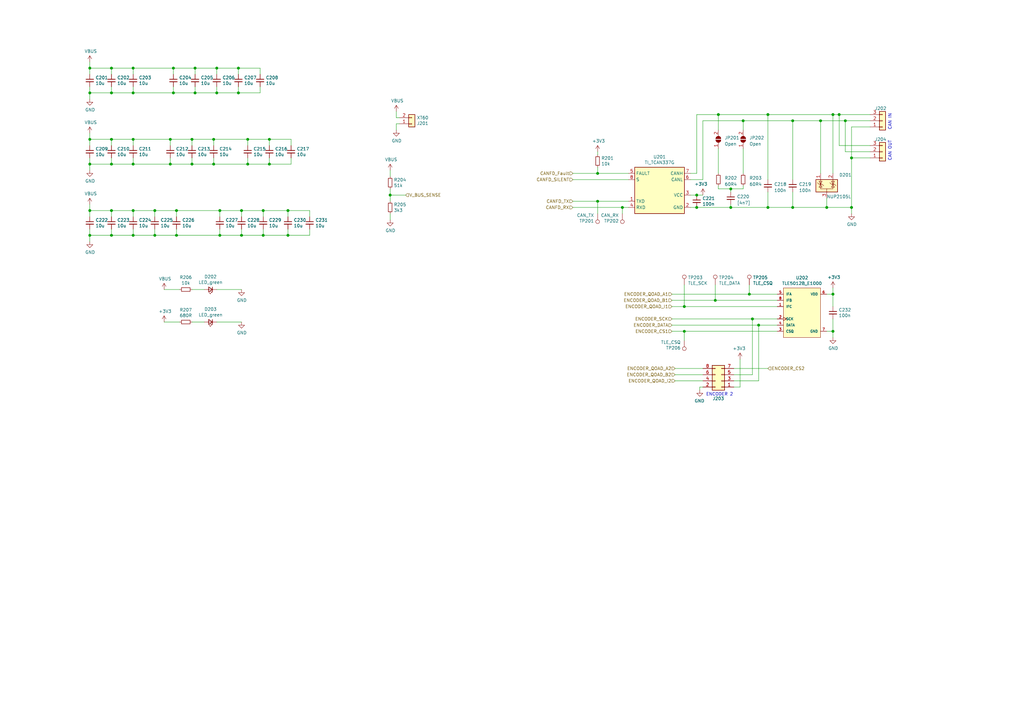
<source format=kicad_sch>
(kicad_sch (version 20210406) (generator eeschema)
  (paper "A3")
  (lib_symbols
    (symbol "Connector:TestPoint" (pin_numbers hide) (pin_names (offset 0.762) hide)
      (property "Reference" "TP" (at 0 6.858 0))
      (property "Value" "TestPoint" (at 0 5.08 0))
      (symbol "TestPoint_0_1"
        (circle (center 0 3.302) (radius 0.762))
      )
      (symbol "TestPoint_1_1"
        (pin passive line (at 0 0 90) (length 2.54) (name "1") (number "1"))
      )
    )
    (symbol "Connector_Generic:Conn_01x02" (pin_names (offset 1.016) hide)
      (property "Reference" "J" (at 0 2.54 0))
      (property "Value" "Conn_01x02" (at 0 -5.08 0))
      (symbol "Conn_01x02_1_1"
        (rectangle (start -1.27 -2.413) (end 0 -2.667) (stroke (width 0.1524)))
        (rectangle (start -1.27 0.127) (end 0 -0.127) (stroke (width 0.1524)))
        (rectangle (start -1.27 1.27) (end 1.27 -3.81) (stroke (width 0.254)) (fill (type background)))
        (pin passive line (at -5.08 0 0) (length 3.81) (name "Pin_1") (number "1"))
        (pin passive line (at -5.08 -2.54 0) (length 3.81) (name "Pin_2") (number "2"))
      )
    )
    (symbol "Connector_Generic:Conn_01x03" (pin_names (offset 1.016) hide)
      (property "Reference" "J" (at 0 5.08 0))
      (property "Value" "Conn_01x03" (at 0 -5.08 0))
      (symbol "Conn_01x03_1_1"
        (rectangle (start -1.27 -2.413) (end 0 -2.667) (stroke (width 0.1524)))
        (rectangle (start -1.27 0.127) (end 0 -0.127) (stroke (width 0.1524)))
        (rectangle (start -1.27 2.667) (end 0 2.413) (stroke (width 0.1524)))
        (rectangle (start -1.27 3.81) (end 1.27 -3.81) (stroke (width 0.254)) (fill (type background)))
        (pin passive line (at -5.08 2.54 0) (length 3.81) (name "Pin_1") (number "1"))
        (pin passive line (at -5.08 0 0) (length 3.81) (name "Pin_2") (number "2"))
        (pin passive line (at -5.08 -2.54 0) (length 3.81) (name "Pin_3") (number "3"))
      )
    )
    (symbol "Connector_Generic:Conn_02x04_Odd_Even" (pin_names (offset 1.016) hide)
      (property "Reference" "J" (at 1.27 5.08 0))
      (property "Value" "Conn_02x04_Odd_Even" (at 1.27 -7.62 0))
      (symbol "Conn_02x04_Odd_Even_1_1"
        (rectangle (start -1.27 -4.953) (end 0 -5.207) (stroke (width 0.1524)))
        (rectangle (start -1.27 -2.413) (end 0 -2.667) (stroke (width 0.1524)))
        (rectangle (start -1.27 0.127) (end 0 -0.127) (stroke (width 0.1524)))
        (rectangle (start -1.27 2.667) (end 0 2.413) (stroke (width 0.1524)))
        (rectangle (start 3.81 -4.953) (end 2.54 -5.207) (stroke (width 0.1524)))
        (rectangle (start 3.81 -2.413) (end 2.54 -2.667) (stroke (width 0.1524)))
        (rectangle (start 3.81 0.127) (end 2.54 -0.127) (stroke (width 0.1524)))
        (rectangle (start 3.81 2.667) (end 2.54 2.413) (stroke (width 0.1524)))
        (rectangle (start -1.27 3.81) (end 3.81 -6.35) (stroke (width 0.254)) (fill (type background)))
        (pin passive line (at -5.08 2.54 0) (length 3.81) (name "Pin_1") (number "1"))
        (pin passive line (at 7.62 2.54 180) (length 3.81) (name "Pin_2") (number "2"))
        (pin passive line (at -5.08 0 0) (length 3.81) (name "Pin_3") (number "3"))
        (pin passive line (at 7.62 0 180) (length 3.81) (name "Pin_4") (number "4"))
        (pin passive line (at -5.08 -2.54 0) (length 3.81) (name "Pin_5") (number "5"))
        (pin passive line (at 7.62 -2.54 180) (length 3.81) (name "Pin_6") (number "6"))
        (pin passive line (at -5.08 -5.08 0) (length 3.81) (name "Pin_7") (number "7"))
        (pin passive line (at 7.62 -5.08 180) (length 3.81) (name "Pin_8") (number "8"))
      )
    )
    (symbol "Device:C_Small" (pin_numbers hide) (pin_names (offset 0.254) hide)
      (property "Reference" "C" (at 0.254 1.778 0))
      (property "Value" "C_Small" (at 0.254 -2.032 0))
      (symbol "C_Small_0_1"
        (polyline (pts (xy -1.524 -0.508) (xy 1.524 -0.508)) (stroke (width 0.3302)))
        (polyline (pts (xy -1.524 0.508) (xy 1.524 0.508)) (stroke (width 0.3048)))
      )
      (symbol "C_Small_1_1"
        (pin passive line (at 0 2.54 270) (length 2.032) (name "~") (number "1"))
        (pin passive line (at 0 -2.54 90) (length 2.032) (name "~") (number "2"))
      )
    )
    (symbol "Device:LED_Small" (pin_numbers hide) (pin_names (offset 0.254) hide)
      (property "Reference" "D" (at -1.27 3.175 0))
      (property "Value" "LED_Small" (at -4.445 -2.54 0))
      (symbol "LED_Small_0_1"
        (polyline (pts (xy -0.762 -1.016) (xy -0.762 1.016)) (stroke (width 0.254)))
        (polyline (pts (xy 1.016 0) (xy -0.762 0)))
        (polyline (pts (xy 0.762 -1.016) (xy -0.762 0) (xy 0.762 1.016) (xy 0.762 -1.016)) (stroke (width 0.254)))
        (polyline (pts (xy 0 0.762) (xy -0.508 1.27) (xy -0.254 1.27) (xy -0.508 1.27) (xy -0.508 1.016)))
        (polyline (pts (xy 0.508 1.27) (xy 0 1.778) (xy 0.254 1.778) (xy 0 1.778) (xy 0 1.524)))
      )
      (symbol "LED_Small_1_1"
        (pin passive line (at -2.54 0 0) (length 1.778) (name "K") (number "1"))
        (pin passive line (at 2.54 0 180) (length 1.778) (name "A") (number "2"))
      )
    )
    (symbol "Device:R_Small" (pin_numbers hide) (pin_names (offset 0.254) hide)
      (property "Reference" "R" (at 0.762 0.508 0))
      (property "Value" "R_Small" (at 0.762 -1.016 0))
      (symbol "R_Small_0_1"
        (rectangle (start -0.762 1.778) (end 0.762 -1.778) (stroke (width 0.2032)))
      )
      (symbol "R_Small_1_1"
        (pin passive line (at 0 2.54 270) (length 0.762) (name "~") (number "1"))
        (pin passive line (at 0 -2.54 90) (length 0.762) (name "~") (number "2"))
      )
    )
    (symbol "Jumper:SolderJumper_2_Open" (pin_names (offset 0) hide)
      (property "Reference" "JP" (at 0 2.032 0))
      (property "Value" "SolderJumper_2_Open" (at 0 -2.54 0))
      (symbol "SolderJumper_2_Open_0_1"
        (arc (start -0.254 1.016) (end -0.254 -1.016) (radius (at -0.254 0) (length 1.016) (angles 90.1 -90.1)))
        (arc (start 0.254 -1.016) (end 0.254 1.016) (radius (at 0.254 0) (length 1.016) (angles -89.9 89.9)))
        (arc (start -0.254 1.016) (end -0.254 -1.016) (radius (at -0.254 0) (length 1.016) (angles 90.1 -90.1)) (fill (type outline)))
        (arc (start 0.254 -1.016) (end 0.254 1.016) (radius (at 0.254 0) (length 1.016) (angles -89.9 89.9)) (fill (type outline)))
        (polyline (pts (xy -0.254 1.016) (xy -0.254 -1.016)))
        (polyline (pts (xy 0.254 1.016) (xy 0.254 -1.016)))
      )
      (symbol "SolderJumper_2_Open_1_1"
        (pin passive line (at -3.81 0 0) (length 2.54) (name "A") (number "1"))
        (pin passive line (at 3.81 0 180) (length 2.54) (name "B") (number "2"))
      )
    )
    (symbol "OpenTurn-rescue:TI_TCAN337G-TCAN337G"
      (property "Reference" "U" (at -10.16 8.89 0))
      (property "Value" "TI_TCAN337G-TCAN337G" (at 2.54 8.89 0))
      (symbol "TI_TCAN337G-TCAN337G_0_1"
        (rectangle (start -10.16 7.62) (end 10.16 -11.43) (stroke (width 0.254)) (fill (type background)))
      )
      (symbol "TI_TCAN337G-TCAN337G_1_1"
        (pin input line (at -12.7 -6.35 0) (length 2.54) (name "TXD") (number "1"))
        (pin power_in line (at 12.7 -8.89 180) (length 2.54) (name "GND") (number "2"))
        (pin power_in line (at 12.7 -3.81 180) (length 2.54) (name "VCC") (number "3"))
        (pin tri_state line (at -12.7 -8.89 0) (length 2.54) (name "RXD") (number "4"))
        (pin open_collector line (at -12.7 5.08 0) (length 2.54) (name "FAULT") (number "5"))
        (pin bidirectional line (at 12.7 2.54 180) (length 2.54) (name "CANL") (number "6"))
        (pin bidirectional line (at 12.7 5.08 180) (length 2.54) (name "CANH") (number "7"))
        (pin input line (at -12.7 2.54 0) (length 2.54) (name "S") (number "8"))
      )
    )
    (symbol "OpenTurn-rescue:TLE5012B_E1000-eec" (pin_names (offset 1.016))
      (property "Reference" "U" (at 0 5.08 0))
      (property "Value" "TLE5012B_E1000-eec" (at 0 7.62 0))
      (symbol "TLE5012B_E1000-eec_1_1"
        (rectangle (start 5.08 2.54) (end 20.32 -17.78) (fill (type background)))
        (pin bidirectional line (at 2.54 -5.08 0) (length 2.54) (name "IFC") (number "1"))
        (pin input clock (at 2.54 -10.16 0) (length 2.54) (name "SCK") (number "2"))
        (pin input line (at 2.54 -15.24 0) (length 2.54) (name "CSQ") (number "3"))
        (pin bidirectional line (at 2.54 -12.7 0) (length 2.54) (name "DATA") (number "4"))
        (pin open_collector line (at 2.54 0 0) (length 2.54) (name "IFA") (number "5"))
        (pin power_in line (at 22.86 0 180) (length 2.54) (name "VDD") (number "6"))
        (pin power_in line (at 22.86 -15.24 180) (length 2.54) (name "GND") (number "7"))
        (pin open_collector line (at 2.54 -2.54 0) (length 2.54) (name "IFB") (number "8"))
      )
    )
    (symbol "Power_Protection:NUP2105L" (pin_names hide)
      (property "Reference" "D" (at 5.715 2.54 0))
      (property "Value" "NUP2105L" (at 5.715 0.635 0))
      (symbol "NUP2105L_0_0"
        (pin passive line (at 0 -5.08 90) (length 2.54) (name "A") (number "3"))
      )
      (symbol "NUP2105L_0_1"
        (rectangle (start -4.445 2.54) (end 4.445 -2.54) (stroke (width 0.254)) (fill (type background)))
        (polyline (pts (xy -2.54 2.54) (xy -2.54 0.635)))
        (polyline (pts (xy 0 -1.27) (xy 0 -2.54)))
        (polyline (pts (xy 2.54 2.54) (xy 2.54 0.635)))
        (polyline (pts (xy -3.81 1.27) (xy -3.175 0.635) (xy -1.905 0.635) (xy -1.27 0)))
        (polyline (pts (xy -2.54 0.635) (xy -2.54 -1.27) (xy 2.54 -1.27) (xy 2.54 0.635)))
        (polyline (pts (xy -2.54 0.635) (xy -1.905 -0.635) (xy -3.175 -0.635) (xy -2.54 0.635)))
        (polyline (pts (xy 2.54 0.635) (xy 1.905 -0.635) (xy 3.175 -0.635) (xy 2.54 0.635)))
        (polyline (pts (xy 2.54 0.635) (xy 3.175 1.905) (xy 1.905 1.905) (xy 2.54 0.635)))
        (polyline (pts (xy -2.54 0.635) (xy -3.175 1.905) (xy -1.905 1.905) (xy -2.54 0.635) (xy -2.54 1.27)))
        (polyline (pts (xy 1.27 1.27) (xy 1.905 0.635) (xy 2.54 0.635) (xy 3.175 0.635) (xy 3.81 0)))
      )
      (symbol "NUP2105L_1_1"
        (pin passive line (at -2.54 5.08 270) (length 2.54) (name "K") (number "1"))
        (pin passive line (at 2.54 5.08 270) (length 2.54) (name "K") (number "2"))
      )
    )
    (symbol "power:+3.3V" (power) (pin_names (offset 0))
      (property "Value" "+3.3V" (at 0 3.556 0))
      (symbol "+3.3V_0_1"
        (polyline (pts (xy -0.762 1.27) (xy 0 2.54)))
        (polyline (pts (xy 0 0) (xy 0 2.54)))
        (polyline (pts (xy 0 2.54) (xy 0.762 1.27)))
      )
      (symbol "+3.3V_1_1"
        (pin power_in line (at 0 0 90) (length 0) hide (name "+3V3") (number "1"))
      )
    )
    (symbol "power:+3V3" (power) (pin_names (offset 0))
      (property "Value" "+3V3" (at 0 3.556 0))
      (symbol "+3V3_0_1"
        (polyline (pts (xy -0.762 1.27) (xy 0 2.54)))
        (polyline (pts (xy 0 0) (xy 0 2.54)))
        (polyline (pts (xy 0 2.54) (xy 0.762 1.27)))
      )
      (symbol "+3V3_1_1"
        (pin power_in line (at 0 0 90) (length 0) hide (name "+3V3") (number "1"))
      )
    )
    (symbol "power:GND" (power) (pin_names (offset 0))
      (property "Value" "GND" (at 0 -3.81 0))
      (symbol "GND_0_1"
        (polyline (pts (xy 0 0) (xy 0 -1.27) (xy 1.27 -1.27) (xy 0 -2.54) (xy -1.27 -1.27) (xy 0 -1.27)))
      )
      (symbol "GND_1_1"
        (pin power_in line (at 0 0 270) (length 0) hide (name "GND") (number "1"))
      )
    )
    (symbol "power:VBUS" (power) (pin_names (offset 0))
      (property "Value" "VBUS" (at 0 3.81 0))
      (symbol "VBUS_0_1"
        (polyline (pts (xy -0.762 1.27) (xy 0 2.54)))
        (polyline (pts (xy 0 0) (xy 0 2.54)))
        (polyline (pts (xy 0 2.54) (xy 0.762 1.27)))
      )
      (symbol "VBUS_1_1"
        (pin power_in line (at 0 0 90) (length 0) hide (name "VBUS") (number "1"))
      )
    )
  )
  (junction (at 36.83 27.94) (diameter 1.016))
  (junction (at 36.83 38.1) (diameter 1.016))
  (junction (at 36.83 57.15) (diameter 1.016))
  (junction (at 36.83 67.31) (diameter 1.016))
  (junction (at 36.83 86.36) (diameter 1.016))
  (junction (at 36.83 96.52) (diameter 1.016))
  (junction (at 45.72 27.94) (diameter 1.016))
  (junction (at 45.72 38.1) (diameter 1.016))
  (junction (at 45.72 57.15) (diameter 1.016))
  (junction (at 45.72 67.31) (diameter 1.016))
  (junction (at 45.72 86.36) (diameter 1.016))
  (junction (at 45.72 96.52) (diameter 1.016))
  (junction (at 54.61 27.94) (diameter 1.016))
  (junction (at 54.61 38.1) (diameter 1.016))
  (junction (at 54.61 57.15) (diameter 1.016))
  (junction (at 54.61 67.31) (diameter 1.016))
  (junction (at 54.61 86.36) (diameter 1.016))
  (junction (at 54.61 96.52) (diameter 1.016))
  (junction (at 63.5 86.36) (diameter 1.016))
  (junction (at 63.5 96.52) (diameter 1.016))
  (junction (at 69.85 57.15) (diameter 1.016))
  (junction (at 69.85 67.31) (diameter 1.016))
  (junction (at 71.12 27.94) (diameter 1.016))
  (junction (at 71.12 38.1) (diameter 1.016))
  (junction (at 72.39 86.36) (diameter 1.016))
  (junction (at 72.39 96.52) (diameter 1.016))
  (junction (at 78.74 57.15) (diameter 1.016))
  (junction (at 78.74 67.31) (diameter 1.016))
  (junction (at 80.01 27.94) (diameter 1.016))
  (junction (at 80.01 38.1) (diameter 1.016))
  (junction (at 87.63 57.15) (diameter 1.016))
  (junction (at 87.63 67.31) (diameter 1.016))
  (junction (at 88.9 27.94) (diameter 1.016))
  (junction (at 88.9 38.1) (diameter 1.016))
  (junction (at 90.17 86.36) (diameter 1.016))
  (junction (at 90.17 96.52) (diameter 1.016))
  (junction (at 97.79 27.94) (diameter 1.016))
  (junction (at 97.79 38.1) (diameter 1.016))
  (junction (at 99.06 86.36) (diameter 1.016))
  (junction (at 99.06 96.52) (diameter 1.016))
  (junction (at 101.6 57.15) (diameter 1.016))
  (junction (at 101.6 67.31) (diameter 1.016))
  (junction (at 107.95 86.36) (diameter 1.016))
  (junction (at 107.95 96.52) (diameter 1.016))
  (junction (at 110.49 57.15) (diameter 1.016))
  (junction (at 110.49 67.31) (diameter 1.016))
  (junction (at 118.11 86.36) (diameter 1.016))
  (junction (at 118.11 96.52) (diameter 1.016))
  (junction (at 160.02 80.01) (diameter 1.016))
  (junction (at 245.11 71.12) (diameter 1.016))
  (junction (at 245.11 82.55) (diameter 1.016))
  (junction (at 255.27 85.09) (diameter 1.016))
  (junction (at 280.67 125.73) (diameter 1.016))
  (junction (at 280.67 135.89) (diameter 1.016))
  (junction (at 285.75 80.01) (diameter 1.016))
  (junction (at 285.75 85.09) (diameter 1.016))
  (junction (at 293.37 123.19) (diameter 1.016))
  (junction (at 294.64 46.99) (diameter 1.016))
  (junction (at 299.72 77.47) (diameter 1.016))
  (junction (at 299.72 85.09) (diameter 1.016))
  (junction (at 304.8 49.53) (diameter 1.016))
  (junction (at 307.34 120.65) (diameter 1.016))
  (junction (at 308.61 130.81) (diameter 1.016))
  (junction (at 311.15 133.35) (diameter 1.016))
  (junction (at 314.96 46.99) (diameter 1.016))
  (junction (at 314.96 85.09) (diameter 1.016))
  (junction (at 325.12 49.53) (diameter 1.016))
  (junction (at 325.12 85.09) (diameter 1.016))
  (junction (at 336.55 49.53) (diameter 1.016))
  (junction (at 339.09 85.09) (diameter 1.016))
  (junction (at 341.63 46.99) (diameter 1.016))
  (junction (at 341.63 120.65) (diameter 1.016))
  (junction (at 341.63 135.89) (diameter 1.016))
  (junction (at 344.17 46.99) (diameter 1.016))
  (junction (at 346.71 49.53) (diameter 1.016))
  (junction (at 349.25 64.77) (diameter 1.016))
  (junction (at 349.25 85.09) (diameter 1.016))
  (wire (pts (xy 36.83 25.4) (xy 36.83 27.94)))
  (wire (pts (xy 36.83 27.94) (xy 36.83 30.48)))
  (wire (pts (xy 36.83 35.56) (xy 36.83 38.1)))
  (wire (pts (xy 36.83 38.1) (xy 36.83 40.64)))
  (wire (pts (xy 36.83 38.1) (xy 45.72 38.1)))
  (wire (pts (xy 36.83 54.61) (xy 36.83 57.15)))
  (wire (pts (xy 36.83 57.15) (xy 36.83 59.69)))
  (wire (pts (xy 36.83 64.77) (xy 36.83 67.31)))
  (wire (pts (xy 36.83 67.31) (xy 36.83 69.85)))
  (wire (pts (xy 36.83 67.31) (xy 45.72 67.31)))
  (wire (pts (xy 36.83 83.82) (xy 36.83 86.36)))
  (wire (pts (xy 36.83 86.36) (xy 36.83 88.9)))
  (wire (pts (xy 36.83 93.98) (xy 36.83 96.52)))
  (wire (pts (xy 36.83 96.52) (xy 36.83 99.06)))
  (wire (pts (xy 36.83 96.52) (xy 45.72 96.52)))
  (wire (pts (xy 45.72 27.94) (xy 36.83 27.94)))
  (wire (pts (xy 45.72 27.94) (xy 45.72 30.48)))
  (wire (pts (xy 45.72 35.56) (xy 45.72 38.1)))
  (wire (pts (xy 45.72 38.1) (xy 54.61 38.1)))
  (wire (pts (xy 45.72 57.15) (xy 36.83 57.15)))
  (wire (pts (xy 45.72 57.15) (xy 45.72 59.69)))
  (wire (pts (xy 45.72 64.77) (xy 45.72 67.31)))
  (wire (pts (xy 45.72 67.31) (xy 54.61 67.31)))
  (wire (pts (xy 45.72 86.36) (xy 36.83 86.36)))
  (wire (pts (xy 45.72 86.36) (xy 45.72 88.9)))
  (wire (pts (xy 45.72 93.98) (xy 45.72 96.52)))
  (wire (pts (xy 45.72 96.52) (xy 54.61 96.52)))
  (wire (pts (xy 54.61 27.94) (xy 45.72 27.94)))
  (wire (pts (xy 54.61 27.94) (xy 54.61 30.48)))
  (wire (pts (xy 54.61 35.56) (xy 54.61 38.1)))
  (wire (pts (xy 54.61 38.1) (xy 71.12 38.1)))
  (wire (pts (xy 54.61 57.15) (xy 45.72 57.15)))
  (wire (pts (xy 54.61 57.15) (xy 54.61 59.69)))
  (wire (pts (xy 54.61 64.77) (xy 54.61 67.31)))
  (wire (pts (xy 54.61 67.31) (xy 69.85 67.31)))
  (wire (pts (xy 54.61 86.36) (xy 45.72 86.36)))
  (wire (pts (xy 54.61 86.36) (xy 54.61 88.9)))
  (wire (pts (xy 54.61 93.98) (xy 54.61 96.52)))
  (wire (pts (xy 54.61 96.52) (xy 63.5 96.52)))
  (wire (pts (xy 63.5 86.36) (xy 54.61 86.36)))
  (wire (pts (xy 63.5 86.36) (xy 63.5 88.9)))
  (wire (pts (xy 63.5 93.98) (xy 63.5 96.52)))
  (wire (pts (xy 63.5 96.52) (xy 72.39 96.52)))
  (wire (pts (xy 67.31 118.745) (xy 73.66 118.745)))
  (wire (pts (xy 67.31 132.08) (xy 73.66 132.08)))
  (wire (pts (xy 69.85 57.15) (xy 54.61 57.15)))
  (wire (pts (xy 69.85 57.15) (xy 69.85 59.69)))
  (wire (pts (xy 69.85 64.77) (xy 69.85 67.31)))
  (wire (pts (xy 69.85 67.31) (xy 78.74 67.31)))
  (wire (pts (xy 71.12 27.94) (xy 54.61 27.94)))
  (wire (pts (xy 71.12 27.94) (xy 71.12 30.48)))
  (wire (pts (xy 71.12 35.56) (xy 71.12 38.1)))
  (wire (pts (xy 71.12 38.1) (xy 80.01 38.1)))
  (wire (pts (xy 72.39 86.36) (xy 63.5 86.36)))
  (wire (pts (xy 72.39 86.36) (xy 72.39 88.9)))
  (wire (pts (xy 72.39 93.98) (xy 72.39 96.52)))
  (wire (pts (xy 72.39 96.52) (xy 90.17 96.52)))
  (wire (pts (xy 78.74 57.15) (xy 69.85 57.15)))
  (wire (pts (xy 78.74 57.15) (xy 78.74 59.69)))
  (wire (pts (xy 78.74 64.77) (xy 78.74 67.31)))
  (wire (pts (xy 78.74 67.31) (xy 87.63 67.31)))
  (wire (pts (xy 78.74 118.745) (xy 83.82 118.745)))
  (wire (pts (xy 78.74 132.08) (xy 83.82 132.08)))
  (wire (pts (xy 80.01 27.94) (xy 71.12 27.94)))
  (wire (pts (xy 80.01 27.94) (xy 80.01 30.48)))
  (wire (pts (xy 80.01 35.56) (xy 80.01 38.1)))
  (wire (pts (xy 80.01 38.1) (xy 88.9 38.1)))
  (wire (pts (xy 87.63 57.15) (xy 78.74 57.15)))
  (wire (pts (xy 87.63 57.15) (xy 87.63 59.69)))
  (wire (pts (xy 87.63 64.77) (xy 87.63 67.31)))
  (wire (pts (xy 87.63 67.31) (xy 101.6 67.31)))
  (wire (pts (xy 88.9 27.94) (xy 80.01 27.94)))
  (wire (pts (xy 88.9 27.94) (xy 88.9 30.48)))
  (wire (pts (xy 88.9 35.56) (xy 88.9 38.1)))
  (wire (pts (xy 88.9 38.1) (xy 97.79 38.1)))
  (wire (pts (xy 88.9 118.745) (xy 99.06 118.745)))
  (wire (pts (xy 88.9 132.08) (xy 99.06 132.08)))
  (wire (pts (xy 90.17 86.36) (xy 72.39 86.36)))
  (wire (pts (xy 90.17 86.36) (xy 90.17 88.9)))
  (wire (pts (xy 90.17 93.98) (xy 90.17 96.52)))
  (wire (pts (xy 90.17 96.52) (xy 99.06 96.52)))
  (wire (pts (xy 97.79 27.94) (xy 88.9 27.94)))
  (wire (pts (xy 97.79 27.94) (xy 97.79 30.48)))
  (wire (pts (xy 97.79 35.56) (xy 97.79 38.1)))
  (wire (pts (xy 97.79 38.1) (xy 106.68 38.1)))
  (wire (pts (xy 99.06 86.36) (xy 90.17 86.36)))
  (wire (pts (xy 99.06 86.36) (xy 99.06 88.9)))
  (wire (pts (xy 99.06 93.98) (xy 99.06 96.52)))
  (wire (pts (xy 99.06 96.52) (xy 107.95 96.52)))
  (wire (pts (xy 101.6 57.15) (xy 87.63 57.15)))
  (wire (pts (xy 101.6 57.15) (xy 101.6 59.69)))
  (wire (pts (xy 101.6 64.77) (xy 101.6 67.31)))
  (wire (pts (xy 101.6 67.31) (xy 110.49 67.31)))
  (wire (pts (xy 106.68 27.94) (xy 97.79 27.94)))
  (wire (pts (xy 106.68 27.94) (xy 106.68 30.48)))
  (wire (pts (xy 106.68 35.56) (xy 106.68 38.1)))
  (wire (pts (xy 107.95 86.36) (xy 99.06 86.36)))
  (wire (pts (xy 107.95 86.36) (xy 107.95 88.9)))
  (wire (pts (xy 107.95 86.36) (xy 118.11 86.36)))
  (wire (pts (xy 107.95 93.98) (xy 107.95 96.52)))
  (wire (pts (xy 107.95 96.52) (xy 118.11 96.52)))
  (wire (pts (xy 110.49 57.15) (xy 101.6 57.15)))
  (wire (pts (xy 110.49 57.15) (xy 110.49 59.69)))
  (wire (pts (xy 110.49 64.77) (xy 110.49 67.31)))
  (wire (pts (xy 110.49 67.31) (xy 119.38 67.31)))
  (wire (pts (xy 118.11 86.36) (xy 118.11 88.9)))
  (wire (pts (xy 118.11 93.98) (xy 118.11 96.52)))
  (wire (pts (xy 118.11 96.52) (xy 127 96.52)))
  (wire (pts (xy 119.38 57.15) (xy 110.49 57.15)))
  (wire (pts (xy 119.38 57.15) (xy 119.38 59.69)))
  (wire (pts (xy 119.38 64.77) (xy 119.38 67.31)))
  (wire (pts (xy 127 86.36) (xy 118.11 86.36)))
  (wire (pts (xy 127 86.36) (xy 127 88.9)))
  (wire (pts (xy 127 93.98) (xy 127 96.52)))
  (wire (pts (xy 160.02 69.85) (xy 160.02 72.39)))
  (wire (pts (xy 160.02 77.47) (xy 160.02 80.01)))
  (wire (pts (xy 160.02 80.01) (xy 160.02 82.55)))
  (wire (pts (xy 160.02 80.01) (xy 166.37 80.01)))
  (wire (pts (xy 160.02 87.63) (xy 160.02 90.17)))
  (wire (pts (xy 162.56 45.72) (xy 162.56 48.26)))
  (wire (pts (xy 162.56 50.8) (xy 162.56 53.34)))
  (wire (pts (xy 163.83 48.26) (xy 162.56 48.26)))
  (wire (pts (xy 163.83 50.8) (xy 162.56 50.8)))
  (wire (pts (xy 234.95 71.12) (xy 245.11 71.12)))
  (wire (pts (xy 234.95 73.66) (xy 257.81 73.66)))
  (wire (pts (xy 234.95 82.55) (xy 245.11 82.55)))
  (wire (pts (xy 245.11 62.23) (xy 245.11 63.5)))
  (wire (pts (xy 245.11 68.58) (xy 245.11 71.12)))
  (wire (pts (xy 245.11 71.12) (xy 257.81 71.12)))
  (wire (pts (xy 245.11 82.55) (xy 257.81 82.55)))
  (wire (pts (xy 245.11 87.63) (xy 245.11 82.55)))
  (wire (pts (xy 255.27 85.09) (xy 234.95 85.09)))
  (wire (pts (xy 255.27 87.63) (xy 255.27 85.09)))
  (wire (pts (xy 257.81 85.09) (xy 255.27 85.09)))
  (wire (pts (xy 275.59 120.65) (xy 307.34 120.65)))
  (wire (pts (xy 275.59 123.19) (xy 293.37 123.19)))
  (wire (pts (xy 275.59 130.81) (xy 308.61 130.81)))
  (wire (pts (xy 275.59 133.35) (xy 311.15 133.35)))
  (wire (pts (xy 275.59 135.89) (xy 280.67 135.89)))
  (wire (pts (xy 276.86 151.13) (xy 288.29 151.13)))
  (wire (pts (xy 280.67 116.84) (xy 280.67 125.73)))
  (wire (pts (xy 280.67 125.73) (xy 275.59 125.73)))
  (wire (pts (xy 280.67 135.89) (xy 318.77 135.89)))
  (wire (pts (xy 280.67 139.7) (xy 280.67 135.89)))
  (wire (pts (xy 283.21 71.12) (xy 285.75 71.12)))
  (wire (pts (xy 283.21 73.66) (xy 288.29 73.66)))
  (wire (pts (xy 283.21 80.01) (xy 285.75 80.01)))
  (wire (pts (xy 283.21 85.09) (xy 285.75 85.09)))
  (wire (pts (xy 285.75 46.99) (xy 285.75 71.12)))
  (wire (pts (xy 285.75 46.99) (xy 294.64 46.99)))
  (wire (pts (xy 285.75 85.09) (xy 299.72 85.09)))
  (wire (pts (xy 287.02 158.75) (xy 288.29 158.75)))
  (wire (pts (xy 287.02 160.02) (xy 287.02 158.75)))
  (wire (pts (xy 288.29 49.53) (xy 288.29 73.66)))
  (wire (pts (xy 288.29 49.53) (xy 304.8 49.53)))
  (wire (pts (xy 288.29 80.01) (xy 285.75 80.01)))
  (wire (pts (xy 288.29 153.67) (xy 276.86 153.67)))
  (wire (pts (xy 288.29 156.21) (xy 276.86 156.21)))
  (wire (pts (xy 293.37 116.84) (xy 293.37 123.19)))
  (wire (pts (xy 294.64 46.99) (xy 294.64 53.34)))
  (wire (pts (xy 294.64 46.99) (xy 314.96 46.99)))
  (wire (pts (xy 294.64 60.96) (xy 294.64 71.12)))
  (wire (pts (xy 294.64 76.2) (xy 294.64 77.47)))
  (wire (pts (xy 294.64 77.47) (xy 299.72 77.47)))
  (wire (pts (xy 299.72 77.47) (xy 299.72 78.74)))
  (wire (pts (xy 299.72 77.47) (xy 304.8 77.47)))
  (wire (pts (xy 299.72 83.82) (xy 299.72 85.09)))
  (wire (pts (xy 299.72 85.09) (xy 314.96 85.09)))
  (wire (pts (xy 300.99 151.13) (xy 314.96 151.13)))
  (wire (pts (xy 300.99 156.21) (xy 311.15 156.21)))
  (wire (pts (xy 303.53 147.32) (xy 303.53 158.75)))
  (wire (pts (xy 303.53 158.75) (xy 300.99 158.75)))
  (wire (pts (xy 304.8 49.53) (xy 304.8 53.34)))
  (wire (pts (xy 304.8 49.53) (xy 325.12 49.53)))
  (wire (pts (xy 304.8 60.96) (xy 304.8 71.12)))
  (wire (pts (xy 304.8 77.47) (xy 304.8 76.2)))
  (wire (pts (xy 307.34 116.84) (xy 307.34 120.65)))
  (wire (pts (xy 308.61 130.81) (xy 308.61 153.67)))
  (wire (pts (xy 308.61 130.81) (xy 318.77 130.81)))
  (wire (pts (xy 308.61 153.67) (xy 300.99 153.67)))
  (wire (pts (xy 311.15 133.35) (xy 311.15 156.21)))
  (wire (pts (xy 311.15 133.35) (xy 318.77 133.35)))
  (wire (pts (xy 314.96 46.99) (xy 314.96 73.66)))
  (wire (pts (xy 314.96 46.99) (xy 341.63 46.99)))
  (wire (pts (xy 314.96 78.74) (xy 314.96 85.09)))
  (wire (pts (xy 314.96 85.09) (xy 325.12 85.09)))
  (wire (pts (xy 318.77 120.65) (xy 307.34 120.65)))
  (wire (pts (xy 318.77 123.19) (xy 293.37 123.19)))
  (wire (pts (xy 318.77 125.73) (xy 280.67 125.73)))
  (wire (pts (xy 325.12 49.53) (xy 325.12 73.66)))
  (wire (pts (xy 325.12 49.53) (xy 336.55 49.53)))
  (wire (pts (xy 325.12 78.74) (xy 325.12 85.09)))
  (wire (pts (xy 325.12 85.09) (xy 339.09 85.09)))
  (wire (pts (xy 336.55 49.53) (xy 336.55 71.12)))
  (wire (pts (xy 336.55 49.53) (xy 346.71 49.53)))
  (wire (pts (xy 339.09 81.28) (xy 339.09 85.09)))
  (wire (pts (xy 339.09 85.09) (xy 349.25 85.09)))
  (wire (pts (xy 339.09 120.65) (xy 341.63 120.65)))
  (wire (pts (xy 339.09 135.89) (xy 341.63 135.89)))
  (wire (pts (xy 341.63 46.99) (xy 341.63 71.12)))
  (wire (pts (xy 341.63 46.99) (xy 344.17 46.99)))
  (wire (pts (xy 341.63 118.11) (xy 341.63 120.65)))
  (wire (pts (xy 341.63 120.65) (xy 341.63 125.73)))
  (wire (pts (xy 341.63 130.81) (xy 341.63 135.89)))
  (wire (pts (xy 341.63 135.89) (xy 341.63 138.43)))
  (wire (pts (xy 344.17 46.99) (xy 344.17 59.69)))
  (wire (pts (xy 344.17 46.99) (xy 356.87 46.99)))
  (wire (pts (xy 344.17 59.69) (xy 356.87 59.69)))
  (wire (pts (xy 346.71 49.53) (xy 346.71 62.23)))
  (wire (pts (xy 346.71 49.53) (xy 356.87 49.53)))
  (wire (pts (xy 346.71 62.23) (xy 356.87 62.23)))
  (wire (pts (xy 349.25 52.07) (xy 349.25 64.77)))
  (wire (pts (xy 349.25 64.77) (xy 349.25 85.09)))
  (wire (pts (xy 349.25 64.77) (xy 356.87 64.77)))
  (wire (pts (xy 349.25 85.09) (xy 349.25 87.63)))
  (wire (pts (xy 356.87 52.07) (xy 349.25 52.07)))
  (text "ENCODER 2" (at 289.56 162.56 0) (effects (font (size 1.27 1.27)) (justify left bottom)))
  (text "CAN IN" (at 365.76 53.34 90) (effects (font (size 1.27 1.27)) (justify left bottom)))
  (text "CAN OUT" (at 365.76 66.04 90) (effects (font (size 1.27 1.27)) (justify left bottom)))
  (hierarchical_label "V_BUS_SENSE" (shape input) (at 166.37 80.01 0))
  (hierarchical_label "CANFD_Fault" (shape input) (at 234.95 71.12 180))
  (hierarchical_label "CANFD_SILENT" (shape input) (at 234.95 73.66 180))
  (hierarchical_label "CANFD_TX" (shape input) (at 234.95 82.55 180))
  (hierarchical_label "CANFD_RX" (shape input) (at 234.95 85.09 180))
  (hierarchical_label "ENCODER_QOAD_A1" (shape input) (at 275.59 120.65 180))
  (hierarchical_label "ENCODER_QOAD_B1" (shape input) (at 275.59 123.19 180))
  (hierarchical_label "ENCODER_QOAD_I1" (shape input) (at 275.59 125.73 180))
  (hierarchical_label "ENCODER_SCK" (shape input) (at 275.59 130.81 180))
  (hierarchical_label "ENCODER_DATA" (shape input) (at 275.59 133.35 180))
  (hierarchical_label "ENCODER_CS1" (shape input) (at 275.59 135.89 180))
  (hierarchical_label "ENCODER_QOAD_A2" (shape input) (at 276.86 151.13 180))
  (hierarchical_label "ENCODER_QOAD_B2" (shape input) (at 276.86 153.67 180))
  (hierarchical_label "ENCODER_QOAD_I2" (shape input) (at 276.86 156.21 180))
  (hierarchical_label "ENCODER_CS2" (shape input) (at 314.96 151.13 0))
  (symbol (lib_id "power:VBUS") (at 36.83 25.4 0) (unit 1)
    (property "Reference" "#PWR0201" (effects hide))
    (property "Value" "VBUS" (at 37.211 21.0058 0))
  )
  (symbol (lib_id "power:VBUS") (at 36.83 54.61 0) (unit 1)
    (property "Reference" "#PWR0205" (effects hide))
    (property "Value" "VBUS" (at 37.211 50.2158 0))
  )
  (symbol (lib_id "power:VBUS") (at 36.83 83.82 0) (unit 1)
    (property "Reference" "#PWR0210" (effects hide))
    (property "Value" "VBUS" (at 37.211 79.4258 0))
  )
  (symbol (lib_id "power:VBUS") (at 67.31 118.745 0) (unit 1)
    (property "Reference" "#PWR0215" (effects hide))
    (property "Value" "VBUS" (at 67.691 114.3508 0))
  )
  (symbol (lib_id "power:+3.3V") (at 67.31 132.08 0) (unit 1)
    (property "Reference" "#PWR0217" (effects hide))
    (property "Value" "+3.3V" (at 67.691 127.6858 0))
  )
  (symbol (lib_id "power:VBUS") (at 160.02 69.85 0) (unit 1)
    (property "Reference" "#PWR0208" (effects hide))
    (property "Value" "VBUS" (at 160.401 65.4558 0))
  )
  (symbol (lib_id "power:VBUS") (at 162.56 45.72 0) (unit 1)
    (property "Reference" "#PWR0203" (effects hide))
    (property "Value" "VBUS" (at 162.941 41.3258 0))
  )
  (symbol (lib_id "power:+3V3") (at 245.11 62.23 0) (unit 1)
    (property "Reference" "#PWR0206" (effects hide))
    (property "Value" "+3V3" (at 245.491 57.8358 0))
  )
  (symbol (lib_id "power:+3.3V") (at 288.29 80.01 0) (unit 1)
    (property "Reference" "#PWR0209" (effects hide))
    (property "Value" "+3.3V" (at 284.861 75.4888 0) (effects (justify left)))
  )
  (symbol (lib_id "power:+3.3V") (at 303.53 147.32 0) (mirror y) (unit 1)
    (property "Reference" "#PWR0220" (effects hide))
    (property "Value" "+3.3V" (at 303.149 142.9258 0))
  )
  (symbol (lib_id "power:+3V3") (at 341.63 118.11 0) (unit 1)
    (property "Reference" "#PWR0214" (effects hide))
    (property "Value" "+3V3" (at 342.011 113.7158 0))
  )
  (symbol (lib_id "Connector:TestPoint") (at 245.11 87.63 180) (unit 1)
    (property "Reference" "TP201" (at 243.6368 90.6272 0) (effects (justify left)))
    (property "Value" "CAN_TX" (at 243.6368 88.3158 0) (effects (justify left)))
    (property "Footprint" "TestPoint:TestPoint_Pad_D1.5mm" (effects hide))
    (property "package" "-" (effects hide))
    (property "Digikey" "-" (effects hide))
  )
  (symbol (lib_id "Connector:TestPoint") (at 255.27 87.63 180) (unit 1)
    (property "Reference" "TP202" (at 253.7968 90.6272 0) (effects (justify left)))
    (property "Value" "CAN_RX" (at 253.7968 88.3158 0) (effects (justify left)))
    (property "Footprint" "TestPoint:TestPoint_Pad_D1.5mm" (effects hide))
    (property "package" "-" (effects hide))
    (property "Digikey" "-" (effects hide))
  )
  (symbol (lib_id "Connector:TestPoint") (at 280.67 116.84 0) (unit 1)
    (property "Reference" "TP203" (at 282.1432 113.8428 0) (effects (justify left)))
    (property "Value" "TLE_SCK" (at 282.1432 116.1542 0) (effects (justify left)))
    (property "Footprint" "TestPoint:TestPoint_Pad_D1.5mm" (effects hide))
    (property "package" "-" (effects hide))
    (property "Digikey" "-" (effects hide))
  )
  (symbol (lib_id "Connector:TestPoint") (at 280.67 139.7 180) (unit 1)
    (property "Reference" "TP206" (at 279.1968 142.6972 0) (effects (justify left)))
    (property "Value" "TLE_CSQ" (at 279.1968 140.3858 0) (effects (justify left)))
    (property "Footprint" "TestPoint:TestPoint_Pad_D1.5mm" (effects hide))
    (property "package" "-" (effects hide))
    (property "Digikey" "-" (effects hide))
  )
  (symbol (lib_id "Connector:TestPoint") (at 293.37 116.84 0) (unit 1)
    (property "Reference" "TP204" (at 294.8432 113.8428 0) (effects (justify left)))
    (property "Value" "TLE_DATA" (at 294.8432 116.1542 0) (effects (justify left)))
    (property "Footprint" "TestPoint:TestPoint_Pad_D1.5mm" (effects hide))
    (property "package" "-" (effects hide))
    (property "Digikey" "-" (effects hide))
  )
  (symbol (lib_id "Connector:TestPoint") (at 307.34 116.84 0) (unit 1)
    (property "Reference" "TP205" (at 308.8132 113.8428 0) (effects (justify left)))
    (property "Value" "TLE_CSQ" (at 308.8132 116.1542 0) (effects (justify left)))
    (property "Footprint" "TestPoint:TestPoint_Pad_D1.5mm" (effects hide))
    (property "package" "-" (effects hide))
    (property "Digikey" "-" (effects hide))
  )
  (symbol (lib_id "power:GND") (at 36.83 40.64 0) (unit 1)
    (property "Reference" "#PWR0202" (effects hide))
    (property "Value" "GND" (at 36.957 45.0342 0))
  )
  (symbol (lib_id "power:GND") (at 36.83 69.85 0) (unit 1)
    (property "Reference" "#PWR0207" (effects hide))
    (property "Value" "GND" (at 36.957 74.2442 0))
  )
  (symbol (lib_id "power:GND") (at 36.83 99.06 0) (unit 1)
    (property "Reference" "#PWR0213" (effects hide))
    (property "Value" "GND" (at 36.957 103.4542 0))
  )
  (symbol (lib_id "power:GND") (at 99.06 118.745 0) (unit 1)
    (property "Reference" "#PWR0216" (effects hide))
    (property "Value" "GND" (at 99.187 123.1392 0))
  )
  (symbol (lib_id "power:GND") (at 99.06 132.08 0) (unit 1)
    (property "Reference" "#PWR0218" (effects hide))
    (property "Value" "GND" (at 99.187 136.4742 0))
  )
  (symbol (lib_id "power:GND") (at 160.02 90.17 0) (unit 1)
    (property "Reference" "#PWR0212" (effects hide))
    (property "Value" "GND" (at 160.147 94.5642 0))
  )
  (symbol (lib_id "power:GND") (at 162.56 53.34 0) (unit 1)
    (property "Reference" "#PWR0204" (effects hide))
    (property "Value" "GND" (at 162.687 57.7342 0))
  )
  (symbol (lib_id "power:GND") (at 287.02 160.02 0) (mirror y) (unit 1)
    (property "Reference" "#PWR0221" (effects hide))
    (property "Value" "GND" (at 286.893 164.4142 0))
  )
  (symbol (lib_id "power:GND") (at 341.63 138.43 0) (unit 1)
    (property "Reference" "#PWR0219" (effects hide))
    (property "Value" "GND" (at 341.757 142.8242 0))
  )
  (symbol (lib_id "power:GND") (at 349.25 87.63 0) (unit 1)
    (property "Reference" "#PWR0211" (effects hide))
    (property "Value" "GND" (at 349.377 92.0242 0))
  )
  (symbol (lib_id "Device:R_Small") (at 76.2 118.745 270) (unit 1)
    (property "Reference" "R206" (at 76.2 113.7666 90))
    (property "Value" "10k" (at 76.2 116.078 90))
    (property "Footprint" "Resistor_SMD:R_0603_1608Metric" (effects hide))
    (property "package" "0603" (effects hide))
    (property "Digikey" "RMCF0603JT10K0CT-ND" (effects hide))
  )
  (symbol (lib_id "Device:R_Small") (at 76.2 132.08 270) (unit 1)
    (property "Reference" "R207" (at 76.2 127.1016 90))
    (property "Value" "680R" (at 76.2 129.413 90))
    (property "Footprint" "Resistor_SMD:R_0603_1608Metric" (effects hide))
    (property "package" "0603" (effects hide))
    (property "Digikey" "RMCF0603JT680RCT-ND" (effects hide))
  )
  (symbol (lib_id "Device:R_Small") (at 160.02 74.93 180) (unit 1)
    (property "Reference" "R204" (at 161.5186 73.7616 0) (effects (justify right)))
    (property "Value" "51k" (at 161.5186 76.073 0) (effects (justify right)))
    (property "Footprint" "Resistor_SMD:R_0603_1608Metric" (effects hide))
    (property "package" "0603" (effects hide))
    (property "Digikey" "RMCF0603FT51K0CT-ND" (effects hide))
    (property "Spec" "1%" (effects hide))
  )
  (symbol (lib_id "Device:R_Small") (at 160.02 85.09 0) (unit 1)
    (property "Reference" "R205" (at 161.5186 83.9216 0) (effects (justify left)))
    (property "Value" "3k3" (at 161.5186 86.233 0) (effects (justify left)))
    (property "Footprint" "Resistor_SMD:R_0603_1608Metric" (effects hide))
    (property "package" "0603" (effects hide))
    (property "Digikey" "RMCF0603FT3K30CT-ND" (effects hide))
    (property "Spec" "1%" (effects hide))
  )
  (symbol (lib_id "Device:R_Small") (at 245.11 66.04 0) (unit 1)
    (property "Reference" "R201" (at 246.6086 64.8716 0) (effects (justify left)))
    (property "Value" "10k" (at 246.6086 67.183 0) (effects (justify left)))
    (property "Footprint" "Resistor_SMD:R_0603_1608Metric" (effects hide))
    (property "package" "0603" (effects hide))
    (property "Digikey" "RMCF0603JT10K0CT-ND" (effects hide))
  )
  (symbol (lib_id "Device:R_Small") (at 294.64 73.66 0) (unit 1)
    (property "Reference" "R202" (at 297.18 73.0249 0) (effects (justify left)))
    (property "Value" "60R4" (at 297.18 75.5649 0) (effects (justify left)))
    (property "Footprint" "Resistor_SMD:R_0603_1608Metric" (effects hide))
    (property "package" "0603" (effects hide))
    (property "Digikey" "RMCF0603FT60R4CT-ND" (effects hide))
  )
  (symbol (lib_id "Device:R_Small") (at 304.8 73.66 0) (unit 1)
    (property "Reference" "R203" (at 307.34 73.0249 0) (effects (justify left)))
    (property "Value" "60R4" (at 307.34 75.5649 0) (effects (justify left)))
    (property "Footprint" "Resistor_SMD:R_0603_1608Metric" (effects hide))
    (property "package" "0603" (effects hide))
    (property "Digikey" "RMCF0603FT60R4CT-ND" (effects hide))
  )
  (symbol (lib_id "Jumper:SolderJumper_2_Open") (at 294.64 57.15 90) (unit 1)
    (property "Reference" "JP201" (at 297.18 56.5149 90) (effects (justify right)))
    (property "Value" "Open" (at 297.18 59.0549 90) (effects (justify right)))
    (property "Footprint" "Jumper:SolderJumper-2_P1.3mm_Open_TrianglePad1.0x1.5mm" (effects hide))
    (property "package" "-" (effects hide))
    (property "Digikey" "-" (effects hide))
  )
  (symbol (lib_id "Jumper:SolderJumper_2_Open") (at 304.8 57.15 90) (unit 1)
    (property "Reference" "JP202" (at 307.34 56.5149 90) (effects (justify right)))
    (property "Value" "Open" (at 307.34 59.0549 90) (effects (justify right)))
    (property "Footprint" "Jumper:SolderJumper-2_P1.3mm_Open_TrianglePad1.0x1.5mm" (effects hide))
    (property "package" "-" (effects hide))
    (property "Digikey" "-" (effects hide))
  )
  (symbol (lib_id "Device:LED_Small") (at 86.36 118.745 180) (unit 1)
    (property "Reference" "D202" (at 86.36 113.4872 0))
    (property "Value" "LED_green" (at 86.36 115.7986 0))
    (property "Footprint" "LED_SMD:LED_0603_1608Metric" (effects hide))
    (property "package" "0603" (effects hide))
    (property "Digikey" "SML-D12M1WT86CT-ND" (effects hide))
    (property "Spec" "green" (effects hide))
  )
  (symbol (lib_id "Device:LED_Small") (at 86.36 132.08 180) (unit 1)
    (property "Reference" "D203" (at 86.36 126.8222 0))
    (property "Value" "LED_green" (at 86.36 129.1336 0))
    (property "Footprint" "LED_SMD:LED_0603_1608Metric" (effects hide))
    (property "package" "0603" (effects hide))
    (property "Digikey" "SML-D12M1WT86CT-ND" (effects hide))
    (property "Spec" "green" (effects hide))
  )
  (symbol (lib_id "Device:C_Small") (at 36.83 33.02 0) (unit 1)
    (property "Reference" "C201" (at 39.1668 31.8516 0) (effects (justify left)))
    (property "Value" "10u" (at 39.1668 34.163 0) (effects (justify left)))
    (property "Footprint" "Capacitor_SMD:C_1210_3225Metric" (effects hide))
    (property "Spec" "63V X7R" (effects hide))
    (property "package" "1210" (effects hide))
    (property "Digikey" "1276-7053-1-ND" (effects hide))
  )
  (symbol (lib_id "Device:C_Small") (at 36.83 62.23 0) (unit 1)
    (property "Reference" "C209" (at 39.1668 61.0616 0) (effects (justify left)))
    (property "Value" "10u" (at 39.1668 63.373 0) (effects (justify left)))
    (property "Footprint" "Capacitor_SMD:C_1210_3225Metric" (effects hide))
    (property "Spec" "63V X7R" (effects hide))
    (property "package" "1210" (effects hide))
    (property "Digikey" "1276-7053-1-ND" (effects hide))
  )
  (symbol (lib_id "Device:C_Small") (at 36.83 91.44 0) (unit 1)
    (property "Reference" "C222" (at 39.1668 90.2716 0) (effects (justify left)))
    (property "Value" "10u" (at 39.1668 92.583 0) (effects (justify left)))
    (property "Footprint" "Capacitor_SMD:C_1210_3225Metric" (effects hide))
    (property "Spec" "63V X7R" (effects hide))
    (property "package" "1210" (effects hide))
    (property "Digikey" "1276-7053-1-ND" (effects hide))
  )
  (symbol (lib_id "Device:C_Small") (at 45.72 33.02 0) (unit 1)
    (property "Reference" "C202" (at 48.0568 31.8516 0) (effects (justify left)))
    (property "Value" "10u" (at 48.0568 34.163 0) (effects (justify left)))
    (property "Footprint" "Capacitor_SMD:C_1210_3225Metric" (effects hide))
    (property "Spec" "63V X7R" (effects hide))
    (property "package" "1210" (effects hide))
    (property "Digikey" "1276-7053-1-ND" (effects hide))
  )
  (symbol (lib_id "Device:C_Small") (at 45.72 62.23 0) (unit 1)
    (property "Reference" "C210" (at 48.0568 61.0616 0) (effects (justify left)))
    (property "Value" "10u" (at 48.0568 63.373 0) (effects (justify left)))
    (property "Footprint" "Capacitor_SMD:C_1210_3225Metric" (effects hide))
    (property "Spec" "63V X7R" (effects hide))
    (property "package" "1210" (effects hide))
    (property "Digikey" "1276-7053-1-ND" (effects hide))
  )
  (symbol (lib_id "Device:C_Small") (at 45.72 91.44 0) (unit 1)
    (property "Reference" "C223" (at 48.0568 90.2716 0) (effects (justify left)))
    (property "Value" "10u" (at 48.0568 92.583 0) (effects (justify left)))
    (property "Footprint" "Capacitor_SMD:C_1210_3225Metric" (effects hide))
    (property "Spec" "63V X7R" (effects hide))
    (property "package" "1210" (effects hide))
    (property "Digikey" "1276-7053-1-ND" (effects hide))
  )
  (symbol (lib_id "Device:C_Small") (at 54.61 33.02 0) (unit 1)
    (property "Reference" "C203" (at 56.9468 31.8516 0) (effects (justify left)))
    (property "Value" "10u" (at 56.9468 34.163 0) (effects (justify left)))
    (property "Footprint" "Capacitor_SMD:C_1210_3225Metric" (effects hide))
    (property "Spec" "63V X7R" (effects hide))
    (property "package" "1210" (effects hide))
    (property "Digikey" "1276-7053-1-ND" (effects hide))
  )
  (symbol (lib_id "Device:C_Small") (at 54.61 62.23 0) (unit 1)
    (property "Reference" "C211" (at 56.9468 61.0616 0) (effects (justify left)))
    (property "Value" "10u" (at 56.9468 63.373 0) (effects (justify left)))
    (property "Footprint" "Capacitor_SMD:C_1210_3225Metric" (effects hide))
    (property "Spec" "63V X7R" (effects hide))
    (property "package" "1210" (effects hide))
    (property "Digikey" "1276-7053-1-ND" (effects hide))
  )
  (symbol (lib_id "Device:C_Small") (at 54.61 91.44 0) (unit 1)
    (property "Reference" "C224" (at 56.9468 90.2716 0) (effects (justify left)))
    (property "Value" "10u" (at 56.9468 92.583 0) (effects (justify left)))
    (property "Footprint" "Capacitor_SMD:C_1210_3225Metric" (effects hide))
    (property "Spec" "63V X7R" (effects hide))
    (property "package" "1210" (effects hide))
    (property "Digikey" "1276-7053-1-ND" (effects hide))
  )
  (symbol (lib_id "Device:C_Small") (at 63.5 91.44 0) (unit 1)
    (property "Reference" "C225" (at 65.8368 90.2716 0) (effects (justify left)))
    (property "Value" "10u" (at 65.8368 92.583 0) (effects (justify left)))
    (property "Footprint" "Capacitor_SMD:C_1210_3225Metric" (effects hide))
    (property "Spec" "63V X7R" (effects hide))
    (property "package" "1210" (effects hide))
    (property "Digikey" "1276-7053-1-ND" (effects hide))
  )
  (symbol (lib_id "Device:C_Small") (at 69.85 62.23 0) (unit 1)
    (property "Reference" "C212" (at 72.1868 61.0616 0) (effects (justify left)))
    (property "Value" "10u" (at 72.1868 63.373 0) (effects (justify left)))
    (property "Footprint" "Capacitor_SMD:C_1210_3225Metric" (effects hide))
    (property "Spec" "63V X7R" (effects hide))
    (property "package" "1210" (effects hide))
    (property "Digikey" "1276-7053-1-ND" (effects hide))
  )
  (symbol (lib_id "Device:C_Small") (at 71.12 33.02 0) (unit 1)
    (property "Reference" "C204" (at 73.4568 31.8516 0) (effects (justify left)))
    (property "Value" "10u" (at 73.4568 34.163 0) (effects (justify left)))
    (property "Footprint" "Capacitor_SMD:C_1210_3225Metric" (effects hide))
    (property "Spec" "63V X7R" (effects hide))
    (property "package" "1210" (effects hide))
    (property "Digikey" "1276-7053-1-ND" (effects hide))
  )
  (symbol (lib_id "Device:C_Small") (at 72.39 91.44 0) (unit 1)
    (property "Reference" "C226" (at 74.7268 90.2716 0) (effects (justify left)))
    (property "Value" "10u" (at 74.7268 92.583 0) (effects (justify left)))
    (property "Footprint" "Capacitor_SMD:C_1210_3225Metric" (effects hide))
    (property "Spec" "63V X7R" (effects hide))
    (property "package" "1210" (effects hide))
    (property "Digikey" "1276-7053-1-ND" (effects hide))
  )
  (symbol (lib_id "Device:C_Small") (at 78.74 62.23 0) (unit 1)
    (property "Reference" "C213" (at 81.0768 61.0616 0) (effects (justify left)))
    (property "Value" "10u" (at 81.0768 63.373 0) (effects (justify left)))
    (property "Footprint" "Capacitor_SMD:C_1210_3225Metric" (effects hide))
    (property "Spec" "63V X7R" (effects hide))
    (property "package" "1210" (effects hide))
    (property "Digikey" "1276-7053-1-ND" (effects hide))
  )
  (symbol (lib_id "Device:C_Small") (at 80.01 33.02 0) (unit 1)
    (property "Reference" "C205" (at 82.3468 31.8516 0) (effects (justify left)))
    (property "Value" "10u" (at 82.3468 34.163 0) (effects (justify left)))
    (property "Footprint" "Capacitor_SMD:C_1210_3225Metric" (effects hide))
    (property "Spec" "63V X7R" (effects hide))
    (property "package" "1210" (effects hide))
    (property "Digikey" "1276-7053-1-ND" (effects hide))
  )
  (symbol (lib_id "Device:C_Small") (at 87.63 62.23 0) (unit 1)
    (property "Reference" "C214" (at 89.9668 61.0616 0) (effects (justify left)))
    (property "Value" "10u" (at 89.9668 63.373 0) (effects (justify left)))
    (property "Footprint" "Capacitor_SMD:C_1210_3225Metric" (effects hide))
    (property "Spec" "63V X7R" (effects hide))
    (property "package" "1210" (effects hide))
    (property "Digikey" "1276-7053-1-ND" (effects hide))
  )
  (symbol (lib_id "Device:C_Small") (at 88.9 33.02 0) (unit 1)
    (property "Reference" "C206" (at 91.2368 31.8516 0) (effects (justify left)))
    (property "Value" "10u" (at 91.2368 34.163 0) (effects (justify left)))
    (property "Footprint" "Capacitor_SMD:C_1210_3225Metric" (effects hide))
    (property "Spec" "63V X7R" (effects hide))
    (property "package" "1210" (effects hide))
    (property "Digikey" "1276-7053-1-ND" (effects hide))
  )
  (symbol (lib_id "Device:C_Small") (at 90.17 91.44 0) (unit 1)
    (property "Reference" "C227" (at 92.5068 90.2716 0) (effects (justify left)))
    (property "Value" "10u" (at 92.5068 92.583 0) (effects (justify left)))
    (property "Footprint" "Capacitor_SMD:C_1210_3225Metric" (effects hide))
    (property "Spec" "63V X7R" (effects hide))
    (property "package" "1210" (effects hide))
    (property "Digikey" "1276-7053-1-ND" (effects hide))
  )
  (symbol (lib_id "Device:C_Small") (at 97.79 33.02 0) (unit 1)
    (property "Reference" "C207" (at 100.1268 31.8516 0) (effects (justify left)))
    (property "Value" "10u" (at 100.1268 34.163 0) (effects (justify left)))
    (property "Footprint" "Capacitor_SMD:C_1210_3225Metric" (effects hide))
    (property "Spec" "63V X7R" (effects hide))
    (property "package" "1210" (effects hide))
    (property "Digikey" "1276-7053-1-ND" (effects hide))
  )
  (symbol (lib_id "Device:C_Small") (at 99.06 91.44 0) (unit 1)
    (property "Reference" "C228" (at 101.3968 90.2716 0) (effects (justify left)))
    (property "Value" "10u" (at 101.3968 92.583 0) (effects (justify left)))
    (property "Footprint" "Capacitor_SMD:C_1210_3225Metric" (effects hide))
    (property "Spec" "63V X7R" (effects hide))
    (property "package" "1210" (effects hide))
    (property "Digikey" "1276-7053-1-ND" (effects hide))
  )
  (symbol (lib_id "Device:C_Small") (at 101.6 62.23 0) (unit 1)
    (property "Reference" "C215" (at 103.9368 61.0616 0) (effects (justify left)))
    (property "Value" "10u" (at 103.9368 63.373 0) (effects (justify left)))
    (property "Footprint" "Capacitor_SMD:C_1210_3225Metric" (effects hide))
    (property "Spec" "63V X7R" (effects hide))
    (property "package" "1210" (effects hide))
    (property "Digikey" "1276-7053-1-ND" (effects hide))
  )
  (symbol (lib_id "Device:C_Small") (at 106.68 33.02 0) (unit 1)
    (property "Reference" "C208" (at 109.0168 31.8516 0) (effects (justify left)))
    (property "Value" "10u" (at 109.0168 34.163 0) (effects (justify left)))
    (property "Footprint" "Capacitor_SMD:C_1210_3225Metric" (effects hide))
    (property "Spec" "63V X7R" (effects hide))
    (property "package" "1210" (effects hide))
    (property "Digikey" "1276-7053-1-ND" (effects hide))
  )
  (symbol (lib_id "Device:C_Small") (at 107.95 91.44 0) (unit 1)
    (property "Reference" "C229" (at 110.2868 90.2716 0) (effects (justify left)))
    (property "Value" "10u" (at 110.2868 92.583 0) (effects (justify left)))
    (property "Footprint" "Capacitor_SMD:C_1210_3225Metric" (effects hide))
    (property "Spec" "63V X7R" (effects hide))
    (property "package" "1210" (effects hide))
    (property "Digikey" "1276-7053-1-ND" (effects hide))
  )
  (symbol (lib_id "Device:C_Small") (at 110.49 62.23 0) (unit 1)
    (property "Reference" "C216" (at 112.8268 61.0616 0) (effects (justify left)))
    (property "Value" "10u" (at 112.8268 63.373 0) (effects (justify left)))
    (property "Footprint" "Capacitor_SMD:C_1210_3225Metric" (effects hide))
    (property "Spec" "63V X7R" (effects hide))
    (property "package" "1210" (effects hide))
    (property "Digikey" "1276-7053-1-ND" (effects hide))
  )
  (symbol (lib_id "Device:C_Small") (at 118.11 91.44 0) (unit 1)
    (property "Reference" "C230" (at 120.4468 90.2716 0) (effects (justify left)))
    (property "Value" "10u" (at 120.4468 92.583 0) (effects (justify left)))
    (property "Footprint" "Capacitor_SMD:C_1210_3225Metric" (effects hide))
    (property "Spec" "63V X7R" (effects hide))
    (property "package" "1210" (effects hide))
    (property "Digikey" "1276-7053-1-ND" (effects hide))
  )
  (symbol (lib_id "Device:C_Small") (at 119.38 62.23 0) (unit 1)
    (property "Reference" "C217" (at 121.7168 61.0616 0) (effects (justify left)))
    (property "Value" "10u" (at 121.7168 63.373 0) (effects (justify left)))
    (property "Footprint" "Capacitor_SMD:C_1210_3225Metric" (effects hide))
    (property "Spec" "63V X7R" (effects hide))
    (property "package" "1210" (effects hide))
    (property "Digikey" "1276-7053-1-ND" (effects hide))
  )
  (symbol (lib_id "Device:C_Small") (at 127 91.44 0) (unit 1)
    (property "Reference" "C231" (at 129.3368 90.2716 0) (effects (justify left)))
    (property "Value" "10u" (at 129.3368 92.583 0) (effects (justify left)))
    (property "Footprint" "Capacitor_SMD:C_1210_3225Metric" (effects hide))
    (property "Spec" "63V X7R" (effects hide))
    (property "package" "1210" (effects hide))
    (property "Digikey" "1276-7053-1-ND" (effects hide))
  )
  (symbol (lib_id "Device:C_Small") (at 285.75 82.55 0) (unit 1)
    (property "Reference" "C221" (at 288.0868 81.3816 0) (effects (justify left)))
    (property "Value" "100n" (at 288.0868 83.693 0) (effects (justify left)))
    (property "Footprint" "Capacitor_SMD:C_0603_1608Metric" (effects hide))
    (property "Spec" "16V X5R" (effects hide))
    (property "package" "0603" (effects hide))
    (property "Digikey" "1276-1934-1-ND" (effects hide))
  )
  (symbol (lib_id "Device:C_Small") (at 299.72 81.28 0) (unit 1)
    (property "Reference" "C220" (at 302.26 80.6449 0) (effects (justify left)))
    (property "Value" "[4n7]" (at 302.26 83.1849 0) (effects (justify left)))
    (property "Footprint" "Capacitor_SMD:C_0603_1608Metric" (effects hide))
    (property "Spec" "16V X5R" (effects hide))
    (property "package" "0603" (effects hide))
    (property "Digikey" "1276-2064-1-ND" (effects hide))
  )
  (symbol (lib_id "Device:C_Small") (at 314.96 76.2 0) (unit 1)
    (property "Reference" "C218" (at 317.5 75.5649 0) (effects (justify left)))
    (property "Value" "100n" (at 317.5 78.1049 0) (effects (justify left)))
    (property "Footprint" "Capacitor_SMD:C_0603_1608Metric" (effects hide))
    (property "Spec" "16V X5R" (effects hide))
    (property "package" "0603" (effects hide))
    (property "Digikey" "1276-1934-1-ND" (effects hide))
  )
  (symbol (lib_id "Device:C_Small") (at 325.12 76.2 0) (unit 1)
    (property "Reference" "C219" (at 327.66 75.5649 0) (effects (justify left)))
    (property "Value" "100n" (at 327.66 78.1049 0) (effects (justify left)))
    (property "Footprint" "Capacitor_SMD:C_0603_1608Metric" (effects hide))
    (property "Spec" "16V X5R" (effects hide))
    (property "package" "0603" (effects hide))
    (property "Digikey" "1276-1934-1-ND" (effects hide))
  )
  (symbol (lib_id "Device:C_Small") (at 341.63 128.27 0) (mirror y) (unit 1)
    (property "Reference" "C232" (at 343.9668 127.1016 0) (effects (justify right)))
    (property "Value" "100n" (at 343.9668 129.413 0) (effects (justify right)))
    (property "Footprint" "Capacitor_SMD:C_0603_1608Metric" (effects hide))
    (property "Spec" "16V X5R" (effects hide))
    (property "package" "0603" (effects hide))
    (property "Digikey" "1276-1934-1-ND" (effects hide))
  )
  (symbol (lib_id "Connector_Generic:Conn_01x02") (at 168.91 50.8 0) (mirror x) (unit 1)
    (property "Reference" "J201" (at 170.942 50.5968 0) (effects (justify left)))
    (property "Value" "XT60" (at 170.942 48.2854 0) (effects (justify left)))
    (property "Footprint" "footprints:Amass_XT60PW-M" (effects hide))
    (property "package" "XT60" (effects hide))
    (property "Digikey" "-" (effects hide))
  )
  (symbol (lib_id "Connector_Generic:Conn_01x03") (at 361.95 49.53 0) (mirror x) (unit 1)
    (property "Reference" "J202" (at 361.188 44.45 0))
    (property "Value" "JST PH 1x3 (2mm)" (effects hide))
    (property "Footprint" "Connector_JST:JST_PH_S3B-PH-K_1x03_P2.00mm_Horizontal" (effects hide))
    (property "package" "JST PH 1x3 (2mm)" (effects hide))
    (property "Digikey" "455-1720-ND" (effects hide))
  )
  (symbol (lib_id "Connector_Generic:Conn_01x03") (at 361.95 62.23 0) (mirror x) (unit 1)
    (property "Reference" "J204" (at 361.188 57.15 0))
    (property "Value" "JST PH 1x3 (2mm)" (effects hide))
    (property "Footprint" "Connector_JST:JST_PH_S3B-PH-K_1x03_P2.00mm_Horizontal" (effects hide))
    (property "package" "JST PH 1x3 (2mm)" (effects hide))
    (property "Digikey" "455-1720-ND" (effects hide))
  )
  (symbol (lib_id "Power_Protection:NUP2105L") (at 339.09 76.2 0) (unit 1)
    (property "Reference" "D201" (at 344.17 71.7549 0) (effects (justify left)))
    (property "Value" "NUP2105L" (at 339.09 80.6449 0) (effects (justify left)))
    (property "Footprint" "Package_TO_SOT_SMD:SOT-23" (effects hide))
    (property "Datasheet" "http://www.onsemi.com/pub_link/Collateral/NUP2105L-D.PDF" (effects hide))
    (property "package" "SOT-23" (effects hide))
    (property "Digikey" "SZNUP2105LT1GOSCT-ND" (effects hide))
    (property "Spec" "CAN TVS" (effects hide))
  )
  (symbol (lib_id "Connector_Generic:Conn_02x04_Odd_Even") (at 295.91 156.21 180) (unit 1)
    (property "Reference" "J203" (at 294.64 163.4532 0))
    (property "Value" "Pinheader 2x4 (2.56mm)" (effects hide))
    (property "Footprint" "Connector_PinHeader_2.54mm:PinHeader_2x04_P2.54mm_Vertical" (effects hide))
    (property "package" "Pinheader 2x4 (2.56mm)" (effects hide))
    (property "Digikey" "S2012EC-04-ND" (effects hide))
  )
  (symbol (lib_id "OpenTurn-rescue:TLE5012B_E1000-eec") (at 316.23 120.65 0) (unit 1)
    (property "Reference" "U202" (at 328.93 113.919 0))
    (property "Value" "TLE5012B_E1000" (at 328.93 116.2304 0))
    (property "Footprint" "Package_SO:SOIC-8_3.9x4.9mm_P1.27mm" (effects hide))
    (property "Datasheet" "http://www.infineon.com/dgdl/TLE5012B_FDS_Rev1+1.pdf?folderId=db3a30431ce5fb52011d3dd6e8012582&fileId=db3a304334fac4c601350f31c43c433f" (effects hide))
    (property "Component Link 1 Description" "Manufacturer URL" (effects hide))
    (property "Component Link 1 URL" "http://www.infineon.com/" (effects hide))
    (property "Component Link 3 Description" "Package Specification" (effects hide))
    (property "Component Link 3 URL" "http://www.infineon.com/dgdl/TLE7259-2GE_DS_rev12.pdf?folderId=db3a3043163797a6011666d32a0c0de1&fileId=db3a3043163797a6011666d4dbb80de2&location=en.Products.Automotive_ICs.Automotive_Transceivers.LIN_Transceivers.DATASHEET.TLE7259-2GE_DS_rev12.pdf" (effects hide))
    (property "Datasheet Version" "Rev. 1.1" (effects hide))
    (property "Green" "true" (effects hide))
    (property "Halogen free" "available" (effects hide))
    (property "Interface" "SPI, IIF" (effects hide))
    (property "Mounting Technology" "Surface Mount" (effects hide))
    (property "Package Description" "8-Pin Plastic (Green) Dual Small Outline Package, 4.9 x 3.9 mm Body, 1.27 mm Pitch" (effects hide))
    (property "Package Version" "Mar-07" (effects hide))
    (property "Packing" "Reel" (effects hide))
    (property "category" "IC" (effects hide))
    (property "ciiva ids" "7675067" (effects hide))
    (property "library id" "7ba8e9a80ae3c6d9" (effects hide))
    (property "manufacturer" "Infineon" (effects hide))
    (property "package" "SOIC-8" (effects hide))
    (property "release date" "1409234812" (effects hide))
    (property "vault revision" "3B46AF6C-B76E-4A0E-8D2A-8CD1C2A5AA45" (effects hide))
    (property "imported" "yes" (effects hide))
    (property "Digikey" "TLE5012BE1000XUMA1CT-ND" (effects hide))
  )
  (symbol (lib_id "OpenTurn-rescue:TI_TCAN337G-TCAN337G") (at 270.51 76.2 0) (unit 1)
    (property "Reference" "U201" (at 270.51 64.3382 0))
    (property "Value" "TI_TCAN337G" (at 270.51 66.6496 0))
    (property "Footprint" "Package_SO:SOIC-8_3.9x4.9mm_P1.27mm" (effects hide))
    (property "Datasheet" "http://www.ti.com/lit/ds/symlink/tcan337.pdf" (effects hide))
    (property "package" "SOIC-8" (effects hide))
    (property "Digikey" "296-44213-1-ND" (effects hide))
  )
)
</source>
